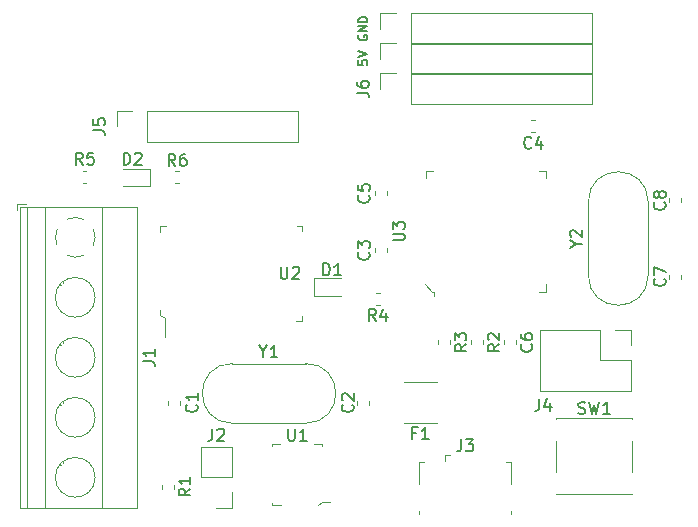
<source format=gbr>
G04 #@! TF.GenerationSoftware,KiCad,Pcbnew,(5.0.1)-4*
G04 #@! TF.CreationDate,2019-07-04T23:41:43-04:00*
G04 #@! TF.ProjectId,Receiver Board,526563656976657220426F6172642E6B,rev?*
G04 #@! TF.SameCoordinates,Original*
G04 #@! TF.FileFunction,Legend,Top*
G04 #@! TF.FilePolarity,Positive*
%FSLAX46Y46*%
G04 Gerber Fmt 4.6, Leading zero omitted, Abs format (unit mm)*
G04 Created by KiCad (PCBNEW (5.0.1)-4) date 7/4/2019 11:41:43 PM*
%MOMM*%
%LPD*%
G01*
G04 APERTURE LIST*
%ADD10C,0.120000*%
%ADD11C,0.100000*%
%ADD12C,0.150000*%
G04 APERTURE END LIST*
D10*
G04 #@! TO.C,F1*
X159384252Y-66734000D02*
X156611748Y-66734000D01*
X159384252Y-63314000D02*
X156611748Y-63314000D01*
G04 #@! TO.C,J1*
X127243244Y-51737318D02*
G75*
G02X127098000Y-51054000I1534756J683318D01*
G01*
X129461042Y-52589426D02*
G75*
G02X128094000Y-52589000I-683042J1535426D01*
G01*
X130313426Y-50370958D02*
G75*
G02X130313000Y-51738000I-1535426J-683042D01*
G01*
X128094958Y-49518574D02*
G75*
G02X129462000Y-49519000I683042J-1535426D01*
G01*
X127097747Y-51082805D02*
G75*
G02X127243000Y-50370000I1680253J28805D01*
G01*
X130458000Y-56134000D02*
G75*
G03X130458000Y-56134000I-1680000J0D01*
G01*
X130458000Y-61214000D02*
G75*
G03X130458000Y-61214000I-1680000J0D01*
G01*
X130458000Y-66294000D02*
G75*
G03X130458000Y-66294000I-1680000J0D01*
G01*
X130458000Y-71374000D02*
G75*
G03X130458000Y-71374000I-1680000J0D01*
G01*
X124678000Y-48454000D02*
X124678000Y-73974000D01*
X126178000Y-48454000D02*
X126178000Y-73974000D01*
X131079000Y-48454000D02*
X131079000Y-73974000D01*
X134039000Y-48454000D02*
X134039000Y-73974000D01*
X124118000Y-48454000D02*
X124118000Y-73974000D01*
X134039000Y-48454000D02*
X124118000Y-48454000D01*
X134039000Y-73974000D02*
X124118000Y-73974000D01*
X129847000Y-57409000D02*
X129801000Y-57362000D01*
X127539000Y-55100000D02*
X127504000Y-55065000D01*
X130053000Y-57204000D02*
X130017000Y-57169000D01*
X127755000Y-54907000D02*
X127709000Y-54860000D01*
X129847000Y-62489000D02*
X129801000Y-62442000D01*
X127539000Y-60180000D02*
X127504000Y-60145000D01*
X130053000Y-62284000D02*
X130017000Y-62249000D01*
X127755000Y-59987000D02*
X127709000Y-59940000D01*
X129847000Y-67569000D02*
X129801000Y-67522000D01*
X127539000Y-65260000D02*
X127504000Y-65225000D01*
X130053000Y-67364000D02*
X130017000Y-67329000D01*
X127755000Y-65067000D02*
X127709000Y-65020000D01*
X129847000Y-72649000D02*
X129801000Y-72602000D01*
X127539000Y-70340000D02*
X127504000Y-70305000D01*
X130053000Y-72444000D02*
X130017000Y-72409000D01*
X127755000Y-70147000D02*
X127709000Y-70100000D01*
X124618000Y-48214000D02*
X123878000Y-48214000D01*
X123878000Y-48214000D02*
X123878000Y-48714000D01*
G04 #@! TO.C,J3*
X157898000Y-70056000D02*
X158348000Y-70056000D01*
X157898000Y-71906000D02*
X157898000Y-70056000D01*
X165698000Y-74456000D02*
X165698000Y-74206000D01*
X157898000Y-74456000D02*
X157898000Y-74206000D01*
X165698000Y-71906000D02*
X165698000Y-70056000D01*
X165698000Y-70056000D02*
X165248000Y-70056000D01*
X160098000Y-69506000D02*
X160548000Y-69506000D01*
X160098000Y-69506000D02*
X160098000Y-69956000D01*
G04 #@! TO.C,J5*
X134874000Y-42986000D02*
X134874000Y-40326000D01*
X134874000Y-42986000D02*
X147634000Y-42986000D01*
X147634000Y-42986000D02*
X147634000Y-40326000D01*
X134874000Y-40326000D02*
X147634000Y-40326000D01*
X132274000Y-40326000D02*
X133604000Y-40326000D01*
X132274000Y-41656000D02*
X132274000Y-40326000D01*
G04 #@! TO.C,J6*
X157211789Y-39797167D02*
X157211789Y-37137167D01*
X157211789Y-39797167D02*
X172511789Y-39797167D01*
X172511789Y-39797167D02*
X172511789Y-37137167D01*
X157211789Y-37137167D02*
X172511789Y-37137167D01*
X154611789Y-37137167D02*
X155941789Y-37137167D01*
X154611789Y-38467167D02*
X154611789Y-37137167D01*
G04 #@! TO.C,5V*
X154611789Y-35927167D02*
X154611789Y-34597167D01*
X154611789Y-34597167D02*
X155941789Y-34597167D01*
X157211789Y-34597167D02*
X172511789Y-34597167D01*
X172511789Y-37257167D02*
X172511789Y-34597167D01*
X157211789Y-37257167D02*
X172511789Y-37257167D01*
X157211789Y-37257167D02*
X157211789Y-34597167D01*
G04 #@! TO.C,GND*
X157211789Y-34717167D02*
X157211789Y-32057167D01*
X157211789Y-34717167D02*
X172511789Y-34717167D01*
X172511789Y-34717167D02*
X172511789Y-32057167D01*
X157211789Y-32057167D02*
X172511789Y-32057167D01*
X154611789Y-32057167D02*
X155941789Y-32057167D01*
X154611789Y-33387167D02*
X154611789Y-32057167D01*
G04 #@! TO.C,SW1*
X175950000Y-66366000D02*
X175950000Y-66396000D01*
X175950000Y-72826000D02*
X175950000Y-72796000D01*
X169490000Y-72826000D02*
X169490000Y-72796000D01*
X169490000Y-66396000D02*
X169490000Y-66366000D01*
X175950000Y-68296000D02*
X175950000Y-70896000D01*
X169490000Y-66366000D02*
X175950000Y-66366000D01*
X169490000Y-68296000D02*
X169490000Y-70896000D01*
X169490000Y-72826000D02*
X175950000Y-72826000D01*
D11*
G04 #@! TO.C,U1*
X149674000Y-68720000D02*
X149674000Y-68520000D01*
X149674000Y-68520000D02*
X148974000Y-68520000D01*
X145474000Y-68720000D02*
X145474000Y-68520000D01*
X145474000Y-68520000D02*
X146074000Y-68520000D01*
X146174000Y-73720000D02*
X145474000Y-73720000D01*
X145474000Y-73720000D02*
X145474000Y-73520000D01*
X149374000Y-73740000D02*
X149674000Y-73440000D01*
X149674000Y-73440000D02*
X150374000Y-73440000D01*
G04 #@! TO.C,U2*
X135986000Y-57202000D02*
X135986000Y-57602000D01*
X135986000Y-57602000D02*
X136386000Y-57902000D01*
X136386000Y-57902000D02*
X136386000Y-59502000D01*
X136486000Y-50102000D02*
X135986000Y-50102000D01*
X135986000Y-50102000D02*
X135986000Y-50602000D01*
X147486000Y-58102000D02*
X147986000Y-58102000D01*
X147986000Y-58102000D02*
X147986000Y-57702000D01*
X147586000Y-50102000D02*
X147986000Y-50102000D01*
X147986000Y-50102000D02*
X147986000Y-50502000D01*
G04 #@! TO.C,U3*
X168076000Y-55646000D02*
X168676000Y-55646000D01*
X168676000Y-55646000D02*
X168676000Y-55046000D01*
X168076000Y-45446000D02*
X168676000Y-45446000D01*
X168676000Y-45446000D02*
X168676000Y-46046000D01*
X158476000Y-46046000D02*
X158476000Y-45446000D01*
X158476000Y-45446000D02*
X159076000Y-45446000D01*
X158376000Y-55046000D02*
X158976000Y-55646000D01*
X158976000Y-55646000D02*
X159176000Y-55646000D01*
X159176000Y-55646000D02*
X159176000Y-56046000D01*
D10*
G04 #@! TO.C,C1*
X137670000Y-64886721D02*
X137670000Y-65212279D01*
X136650000Y-64886721D02*
X136650000Y-65212279D01*
G04 #@! TO.C,C2*
X152652000Y-64886721D02*
X152652000Y-65212279D01*
X153672000Y-64886721D02*
X153672000Y-65212279D01*
G04 #@! TO.C,C3*
X154176000Y-52321279D02*
X154176000Y-51995721D01*
X155196000Y-52321279D02*
X155196000Y-51995721D01*
G04 #@! TO.C,C4*
X167726279Y-42166000D02*
X167400721Y-42166000D01*
X167726279Y-41146000D02*
X167400721Y-41146000D01*
G04 #@! TO.C,C5*
X155196000Y-47496279D02*
X155196000Y-47170721D01*
X154176000Y-47496279D02*
X154176000Y-47170721D01*
G04 #@! TO.C,C6*
X165098000Y-59781221D02*
X165098000Y-60106779D01*
X166118000Y-59781221D02*
X166118000Y-60106779D01*
G04 #@! TO.C,C7*
X179068000Y-54544279D02*
X179068000Y-54218721D01*
X180088000Y-54544279D02*
X180088000Y-54218721D01*
G04 #@! TO.C,C8*
X179068000Y-47763721D02*
X179068000Y-48089279D01*
X180088000Y-47763721D02*
X180088000Y-48089279D01*
G04 #@! TO.C,D1*
X149010000Y-55980000D02*
X151295000Y-55980000D01*
X149010000Y-54510000D02*
X149010000Y-55980000D01*
X151295000Y-54510000D02*
X149010000Y-54510000D01*
G04 #@! TO.C,D2*
X132804000Y-46709000D02*
X135089000Y-46709000D01*
X135089000Y-46709000D02*
X135089000Y-45239000D01*
X135089000Y-45239000D02*
X132804000Y-45239000D01*
G04 #@! TO.C,R1*
X136142000Y-71998721D02*
X136142000Y-72324279D01*
X137162000Y-71998721D02*
X137162000Y-72324279D01*
G04 #@! TO.C,R2*
X163324000Y-59781221D02*
X163324000Y-60106779D01*
X162304000Y-59781221D02*
X162304000Y-60106779D01*
G04 #@! TO.C,R3*
X159510000Y-59781221D02*
X159510000Y-60106779D01*
X160530000Y-59781221D02*
X160530000Y-60106779D01*
G04 #@! TO.C,R4*
X154558779Y-56756000D02*
X154233221Y-56756000D01*
X154558779Y-55736000D02*
X154233221Y-55736000D01*
G04 #@! TO.C,R5*
X129402721Y-45464000D02*
X129728279Y-45464000D01*
X129402721Y-46484000D02*
X129728279Y-46484000D01*
G04 #@! TO.C,R6*
X137251221Y-46484000D02*
X137576779Y-46484000D01*
X137251221Y-45464000D02*
X137576779Y-45464000D01*
G04 #@! TO.C,J2*
X142046000Y-68774000D02*
X139386000Y-68774000D01*
X142046000Y-71374000D02*
X142046000Y-68774000D01*
X139386000Y-71374000D02*
X139386000Y-68774000D01*
X142046000Y-71374000D02*
X139386000Y-71374000D01*
X142046000Y-72644000D02*
X142046000Y-73974000D01*
X142046000Y-73974000D02*
X140716000Y-73974000D01*
G04 #@! TO.C,J4*
X168088000Y-58868000D02*
X168088000Y-64068000D01*
X173228000Y-58868000D02*
X168088000Y-58868000D01*
X175828000Y-64068000D02*
X168088000Y-64068000D01*
X173228000Y-58868000D02*
X173228000Y-61468000D01*
X173228000Y-61468000D02*
X175828000Y-61468000D01*
X175828000Y-61468000D02*
X175828000Y-64068000D01*
X174498000Y-58868000D02*
X175828000Y-58868000D01*
X175828000Y-58868000D02*
X175828000Y-60198000D01*
G04 #@! TO.C,Y1*
X142063000Y-61737000D02*
X148313000Y-61737000D01*
X142063000Y-66787000D02*
X148313000Y-66787000D01*
X142063000Y-66787000D02*
G75*
G02X142063000Y-61737000I0J2525000D01*
G01*
X148313000Y-66787000D02*
G75*
G03X148313000Y-61737000I0J2525000D01*
G01*
G04 #@! TO.C,Y2*
X177277000Y-48029000D02*
G75*
G03X172227000Y-48029000I-2525000J0D01*
G01*
X177277000Y-54279000D02*
G75*
G02X172227000Y-54279000I-2525000J0D01*
G01*
X177277000Y-54279000D02*
X177277000Y-48029000D01*
X172227000Y-54279000D02*
X172227000Y-48029000D01*
G04 #@! TO.C,F1*
D12*
X157664666Y-67602571D02*
X157331333Y-67602571D01*
X157331333Y-68126380D02*
X157331333Y-67126380D01*
X157807523Y-67126380D01*
X158712285Y-68126380D02*
X158140857Y-68126380D01*
X158426571Y-68126380D02*
X158426571Y-67126380D01*
X158331333Y-67269238D01*
X158236095Y-67364476D01*
X158140857Y-67412095D01*
G04 #@! TO.C,J1*
X134490380Y-61547333D02*
X135204666Y-61547333D01*
X135347523Y-61594952D01*
X135442761Y-61690190D01*
X135490380Y-61833047D01*
X135490380Y-61928285D01*
X135490380Y-60547333D02*
X135490380Y-61118761D01*
X135490380Y-60833047D02*
X134490380Y-60833047D01*
X134633238Y-60928285D01*
X134728476Y-61023523D01*
X134776095Y-61118761D01*
G04 #@! TO.C,J3*
X161464666Y-68158380D02*
X161464666Y-68872666D01*
X161417047Y-69015523D01*
X161321809Y-69110761D01*
X161178952Y-69158380D01*
X161083714Y-69158380D01*
X161845619Y-68158380D02*
X162464666Y-68158380D01*
X162131333Y-68539333D01*
X162274190Y-68539333D01*
X162369428Y-68586952D01*
X162417047Y-68634571D01*
X162464666Y-68729809D01*
X162464666Y-68967904D01*
X162417047Y-69063142D01*
X162369428Y-69110761D01*
X162274190Y-69158380D01*
X161988476Y-69158380D01*
X161893238Y-69110761D01*
X161845619Y-69063142D01*
G04 #@! TO.C,J5*
X130286380Y-41989333D02*
X131000666Y-41989333D01*
X131143523Y-42036952D01*
X131238761Y-42132190D01*
X131286380Y-42275047D01*
X131286380Y-42370285D01*
X130286380Y-41036952D02*
X130286380Y-41513142D01*
X130762571Y-41560761D01*
X130714952Y-41513142D01*
X130667333Y-41417904D01*
X130667333Y-41179809D01*
X130714952Y-41084571D01*
X130762571Y-41036952D01*
X130857809Y-40989333D01*
X131095904Y-40989333D01*
X131191142Y-41036952D01*
X131238761Y-41084571D01*
X131286380Y-41179809D01*
X131286380Y-41417904D01*
X131238761Y-41513142D01*
X131191142Y-41560761D01*
G04 #@! TO.C,J6*
X152624169Y-38800500D02*
X153338455Y-38800500D01*
X153481312Y-38848119D01*
X153576550Y-38943357D01*
X153624169Y-39086214D01*
X153624169Y-39181452D01*
X152624169Y-37895738D02*
X152624169Y-38086214D01*
X152671789Y-38181452D01*
X152719408Y-38229071D01*
X152862265Y-38324309D01*
X153052741Y-38371928D01*
X153433693Y-38371928D01*
X153528931Y-38324309D01*
X153576550Y-38276690D01*
X153624169Y-38181452D01*
X153624169Y-37990976D01*
X153576550Y-37895738D01*
X153528931Y-37848119D01*
X153433693Y-37800500D01*
X153195598Y-37800500D01*
X153100360Y-37848119D01*
X153052741Y-37895738D01*
X153005122Y-37990976D01*
X153005122Y-38181452D01*
X153052741Y-38276690D01*
X153100360Y-38324309D01*
X153195598Y-38371928D01*
G04 #@! TO.C,5V*
X152761074Y-36070024D02*
X152761074Y-36427167D01*
X153118217Y-36462881D01*
X153082503Y-36427167D01*
X153046789Y-36355738D01*
X153046789Y-36177167D01*
X153082503Y-36105738D01*
X153118217Y-36070024D01*
X153189646Y-36034309D01*
X153368217Y-36034309D01*
X153439646Y-36070024D01*
X153475360Y-36105738D01*
X153511074Y-36177167D01*
X153511074Y-36355738D01*
X153475360Y-36427167D01*
X153439646Y-36462881D01*
X152761074Y-35820024D02*
X153511074Y-35570024D01*
X152761074Y-35320024D01*
G04 #@! TO.C,GND*
X152796789Y-33958595D02*
X152761074Y-34030024D01*
X152761074Y-34137167D01*
X152796789Y-34244309D01*
X152868217Y-34315738D01*
X152939646Y-34351452D01*
X153082503Y-34387167D01*
X153189646Y-34387167D01*
X153332503Y-34351452D01*
X153403931Y-34315738D01*
X153475360Y-34244309D01*
X153511074Y-34137167D01*
X153511074Y-34065738D01*
X153475360Y-33958595D01*
X153439646Y-33922881D01*
X153189646Y-33922881D01*
X153189646Y-34065738D01*
X153511074Y-33601452D02*
X152761074Y-33601452D01*
X153511074Y-33172881D01*
X152761074Y-33172881D01*
X153511074Y-32815738D02*
X152761074Y-32815738D01*
X152761074Y-32637167D01*
X152796789Y-32530024D01*
X152868217Y-32458595D01*
X152939646Y-32422881D01*
X153082503Y-32387167D01*
X153189646Y-32387167D01*
X153332503Y-32422881D01*
X153403931Y-32458595D01*
X153475360Y-32530024D01*
X153511074Y-32637167D01*
X153511074Y-32815738D01*
G04 #@! TO.C,SW1*
X171386666Y-65950761D02*
X171529523Y-65998380D01*
X171767619Y-65998380D01*
X171862857Y-65950761D01*
X171910476Y-65903142D01*
X171958095Y-65807904D01*
X171958095Y-65712666D01*
X171910476Y-65617428D01*
X171862857Y-65569809D01*
X171767619Y-65522190D01*
X171577142Y-65474571D01*
X171481904Y-65426952D01*
X171434285Y-65379333D01*
X171386666Y-65284095D01*
X171386666Y-65188857D01*
X171434285Y-65093619D01*
X171481904Y-65046000D01*
X171577142Y-64998380D01*
X171815238Y-64998380D01*
X171958095Y-65046000D01*
X172291428Y-64998380D02*
X172529523Y-65998380D01*
X172720000Y-65284095D01*
X172910476Y-65998380D01*
X173148571Y-64998380D01*
X174053333Y-65998380D02*
X173481904Y-65998380D01*
X173767619Y-65998380D02*
X173767619Y-64998380D01*
X173672380Y-65141238D01*
X173577142Y-65236476D01*
X173481904Y-65284095D01*
G04 #@! TO.C,U1*
X146812095Y-67270380D02*
X146812095Y-68079904D01*
X146859714Y-68175142D01*
X146907333Y-68222761D01*
X147002571Y-68270380D01*
X147193047Y-68270380D01*
X147288285Y-68222761D01*
X147335904Y-68175142D01*
X147383523Y-68079904D01*
X147383523Y-67270380D01*
X148383523Y-68270380D02*
X147812095Y-68270380D01*
X148097809Y-68270380D02*
X148097809Y-67270380D01*
X148002571Y-67413238D01*
X147907333Y-67508476D01*
X147812095Y-67556095D01*
G04 #@! TO.C,U2*
X146177095Y-53554380D02*
X146177095Y-54363904D01*
X146224714Y-54459142D01*
X146272333Y-54506761D01*
X146367571Y-54554380D01*
X146558047Y-54554380D01*
X146653285Y-54506761D01*
X146700904Y-54459142D01*
X146748523Y-54363904D01*
X146748523Y-53554380D01*
X147177095Y-53649619D02*
X147224714Y-53602000D01*
X147319952Y-53554380D01*
X147558047Y-53554380D01*
X147653285Y-53602000D01*
X147700904Y-53649619D01*
X147748523Y-53744857D01*
X147748523Y-53840095D01*
X147700904Y-53982952D01*
X147129476Y-54554380D01*
X147748523Y-54554380D01*
G04 #@! TO.C,U3*
X155662380Y-51307904D02*
X156471904Y-51307904D01*
X156567142Y-51260285D01*
X156614761Y-51212666D01*
X156662380Y-51117428D01*
X156662380Y-50926952D01*
X156614761Y-50831714D01*
X156567142Y-50784095D01*
X156471904Y-50736476D01*
X155662380Y-50736476D01*
X155662380Y-50355523D02*
X155662380Y-49736476D01*
X156043333Y-50069809D01*
X156043333Y-49926952D01*
X156090952Y-49831714D01*
X156138571Y-49784095D01*
X156233809Y-49736476D01*
X156471904Y-49736476D01*
X156567142Y-49784095D01*
X156614761Y-49831714D01*
X156662380Y-49926952D01*
X156662380Y-50212666D01*
X156614761Y-50307904D01*
X156567142Y-50355523D01*
G04 #@! TO.C,C1*
X139041142Y-65216166D02*
X139088761Y-65263785D01*
X139136380Y-65406642D01*
X139136380Y-65501880D01*
X139088761Y-65644738D01*
X138993523Y-65739976D01*
X138898285Y-65787595D01*
X138707809Y-65835214D01*
X138564952Y-65835214D01*
X138374476Y-65787595D01*
X138279238Y-65739976D01*
X138184000Y-65644738D01*
X138136380Y-65501880D01*
X138136380Y-65406642D01*
X138184000Y-65263785D01*
X138231619Y-65216166D01*
X139136380Y-64263785D02*
X139136380Y-64835214D01*
X139136380Y-64549500D02*
X138136380Y-64549500D01*
X138279238Y-64644738D01*
X138374476Y-64739976D01*
X138422095Y-64835214D01*
G04 #@! TO.C,C2*
X152249142Y-65216166D02*
X152296761Y-65263785D01*
X152344380Y-65406642D01*
X152344380Y-65501880D01*
X152296761Y-65644738D01*
X152201523Y-65739976D01*
X152106285Y-65787595D01*
X151915809Y-65835214D01*
X151772952Y-65835214D01*
X151582476Y-65787595D01*
X151487238Y-65739976D01*
X151392000Y-65644738D01*
X151344380Y-65501880D01*
X151344380Y-65406642D01*
X151392000Y-65263785D01*
X151439619Y-65216166D01*
X151439619Y-64835214D02*
X151392000Y-64787595D01*
X151344380Y-64692357D01*
X151344380Y-64454261D01*
X151392000Y-64359023D01*
X151439619Y-64311404D01*
X151534857Y-64263785D01*
X151630095Y-64263785D01*
X151772952Y-64311404D01*
X152344380Y-64882833D01*
X152344380Y-64263785D01*
G04 #@! TO.C,C3*
X153613142Y-52325166D02*
X153660761Y-52372785D01*
X153708380Y-52515642D01*
X153708380Y-52610880D01*
X153660761Y-52753738D01*
X153565523Y-52848976D01*
X153470285Y-52896595D01*
X153279809Y-52944214D01*
X153136952Y-52944214D01*
X152946476Y-52896595D01*
X152851238Y-52848976D01*
X152756000Y-52753738D01*
X152708380Y-52610880D01*
X152708380Y-52515642D01*
X152756000Y-52372785D01*
X152803619Y-52325166D01*
X152708380Y-51991833D02*
X152708380Y-51372785D01*
X153089333Y-51706119D01*
X153089333Y-51563261D01*
X153136952Y-51468023D01*
X153184571Y-51420404D01*
X153279809Y-51372785D01*
X153517904Y-51372785D01*
X153613142Y-51420404D01*
X153660761Y-51468023D01*
X153708380Y-51563261D01*
X153708380Y-51848976D01*
X153660761Y-51944214D01*
X153613142Y-51991833D01*
G04 #@! TO.C,C4*
X167396833Y-43443142D02*
X167349214Y-43490761D01*
X167206357Y-43538380D01*
X167111119Y-43538380D01*
X166968261Y-43490761D01*
X166873023Y-43395523D01*
X166825404Y-43300285D01*
X166777785Y-43109809D01*
X166777785Y-42966952D01*
X166825404Y-42776476D01*
X166873023Y-42681238D01*
X166968261Y-42586000D01*
X167111119Y-42538380D01*
X167206357Y-42538380D01*
X167349214Y-42586000D01*
X167396833Y-42633619D01*
X168253976Y-42871714D02*
X168253976Y-43538380D01*
X168015880Y-42490761D02*
X167777785Y-43205047D01*
X168396833Y-43205047D01*
G04 #@! TO.C,C5*
X153613142Y-47500166D02*
X153660761Y-47547785D01*
X153708380Y-47690642D01*
X153708380Y-47785880D01*
X153660761Y-47928738D01*
X153565523Y-48023976D01*
X153470285Y-48071595D01*
X153279809Y-48119214D01*
X153136952Y-48119214D01*
X152946476Y-48071595D01*
X152851238Y-48023976D01*
X152756000Y-47928738D01*
X152708380Y-47785880D01*
X152708380Y-47690642D01*
X152756000Y-47547785D01*
X152803619Y-47500166D01*
X152708380Y-46595404D02*
X152708380Y-47071595D01*
X153184571Y-47119214D01*
X153136952Y-47071595D01*
X153089333Y-46976357D01*
X153089333Y-46738261D01*
X153136952Y-46643023D01*
X153184571Y-46595404D01*
X153279809Y-46547785D01*
X153517904Y-46547785D01*
X153613142Y-46595404D01*
X153660761Y-46643023D01*
X153708380Y-46738261D01*
X153708380Y-46976357D01*
X153660761Y-47071595D01*
X153613142Y-47119214D01*
G04 #@! TO.C,C6*
X167395142Y-60110666D02*
X167442761Y-60158285D01*
X167490380Y-60301142D01*
X167490380Y-60396380D01*
X167442761Y-60539238D01*
X167347523Y-60634476D01*
X167252285Y-60682095D01*
X167061809Y-60729714D01*
X166918952Y-60729714D01*
X166728476Y-60682095D01*
X166633238Y-60634476D01*
X166538000Y-60539238D01*
X166490380Y-60396380D01*
X166490380Y-60301142D01*
X166538000Y-60158285D01*
X166585619Y-60110666D01*
X166490380Y-59253523D02*
X166490380Y-59444000D01*
X166538000Y-59539238D01*
X166585619Y-59586857D01*
X166728476Y-59682095D01*
X166918952Y-59729714D01*
X167299904Y-59729714D01*
X167395142Y-59682095D01*
X167442761Y-59634476D01*
X167490380Y-59539238D01*
X167490380Y-59348761D01*
X167442761Y-59253523D01*
X167395142Y-59205904D01*
X167299904Y-59158285D01*
X167061809Y-59158285D01*
X166966571Y-59205904D01*
X166918952Y-59253523D01*
X166871333Y-59348761D01*
X166871333Y-59539238D01*
X166918952Y-59634476D01*
X166966571Y-59682095D01*
X167061809Y-59729714D01*
G04 #@! TO.C,C7*
X178665142Y-54548166D02*
X178712761Y-54595785D01*
X178760380Y-54738642D01*
X178760380Y-54833880D01*
X178712761Y-54976738D01*
X178617523Y-55071976D01*
X178522285Y-55119595D01*
X178331809Y-55167214D01*
X178188952Y-55167214D01*
X177998476Y-55119595D01*
X177903238Y-55071976D01*
X177808000Y-54976738D01*
X177760380Y-54833880D01*
X177760380Y-54738642D01*
X177808000Y-54595785D01*
X177855619Y-54548166D01*
X177760380Y-54214833D02*
X177760380Y-53548166D01*
X178760380Y-53976738D01*
G04 #@! TO.C,C8*
X178665142Y-48093166D02*
X178712761Y-48140785D01*
X178760380Y-48283642D01*
X178760380Y-48378880D01*
X178712761Y-48521738D01*
X178617523Y-48616976D01*
X178522285Y-48664595D01*
X178331809Y-48712214D01*
X178188952Y-48712214D01*
X177998476Y-48664595D01*
X177903238Y-48616976D01*
X177808000Y-48521738D01*
X177760380Y-48378880D01*
X177760380Y-48283642D01*
X177808000Y-48140785D01*
X177855619Y-48093166D01*
X178188952Y-47521738D02*
X178141333Y-47616976D01*
X178093714Y-47664595D01*
X177998476Y-47712214D01*
X177950857Y-47712214D01*
X177855619Y-47664595D01*
X177808000Y-47616976D01*
X177760380Y-47521738D01*
X177760380Y-47331261D01*
X177808000Y-47236023D01*
X177855619Y-47188404D01*
X177950857Y-47140785D01*
X177998476Y-47140785D01*
X178093714Y-47188404D01*
X178141333Y-47236023D01*
X178188952Y-47331261D01*
X178188952Y-47521738D01*
X178236571Y-47616976D01*
X178284190Y-47664595D01*
X178379428Y-47712214D01*
X178569904Y-47712214D01*
X178665142Y-47664595D01*
X178712761Y-47616976D01*
X178760380Y-47521738D01*
X178760380Y-47331261D01*
X178712761Y-47236023D01*
X178665142Y-47188404D01*
X178569904Y-47140785D01*
X178379428Y-47140785D01*
X178284190Y-47188404D01*
X178236571Y-47236023D01*
X178188952Y-47331261D01*
G04 #@! TO.C,D1*
X149756904Y-54267380D02*
X149756904Y-53267380D01*
X149995000Y-53267380D01*
X150137857Y-53315000D01*
X150233095Y-53410238D01*
X150280714Y-53505476D01*
X150328333Y-53695952D01*
X150328333Y-53838809D01*
X150280714Y-54029285D01*
X150233095Y-54124523D01*
X150137857Y-54219761D01*
X149995000Y-54267380D01*
X149756904Y-54267380D01*
X151280714Y-54267380D02*
X150709285Y-54267380D01*
X150995000Y-54267380D02*
X150995000Y-53267380D01*
X150899761Y-53410238D01*
X150804523Y-53505476D01*
X150709285Y-53553095D01*
G04 #@! TO.C,D2*
X132865904Y-44902380D02*
X132865904Y-43902380D01*
X133104000Y-43902380D01*
X133246857Y-43950000D01*
X133342095Y-44045238D01*
X133389714Y-44140476D01*
X133437333Y-44330952D01*
X133437333Y-44473809D01*
X133389714Y-44664285D01*
X133342095Y-44759523D01*
X133246857Y-44854761D01*
X133104000Y-44902380D01*
X132865904Y-44902380D01*
X133818285Y-43997619D02*
X133865904Y-43950000D01*
X133961142Y-43902380D01*
X134199238Y-43902380D01*
X134294476Y-43950000D01*
X134342095Y-43997619D01*
X134389714Y-44092857D01*
X134389714Y-44188095D01*
X134342095Y-44330952D01*
X133770666Y-44902380D01*
X134389714Y-44902380D01*
G04 #@! TO.C,R1*
X138534380Y-72328166D02*
X138058190Y-72661500D01*
X138534380Y-72899595D02*
X137534380Y-72899595D01*
X137534380Y-72518642D01*
X137582000Y-72423404D01*
X137629619Y-72375785D01*
X137724857Y-72328166D01*
X137867714Y-72328166D01*
X137962952Y-72375785D01*
X138010571Y-72423404D01*
X138058190Y-72518642D01*
X138058190Y-72899595D01*
X138534380Y-71375785D02*
X138534380Y-71947214D01*
X138534380Y-71661500D02*
X137534380Y-71661500D01*
X137677238Y-71756738D01*
X137772476Y-71851976D01*
X137820095Y-71947214D01*
G04 #@! TO.C,R2*
X164696380Y-60110666D02*
X164220190Y-60444000D01*
X164696380Y-60682095D02*
X163696380Y-60682095D01*
X163696380Y-60301142D01*
X163744000Y-60205904D01*
X163791619Y-60158285D01*
X163886857Y-60110666D01*
X164029714Y-60110666D01*
X164124952Y-60158285D01*
X164172571Y-60205904D01*
X164220190Y-60301142D01*
X164220190Y-60682095D01*
X163791619Y-59729714D02*
X163744000Y-59682095D01*
X163696380Y-59586857D01*
X163696380Y-59348761D01*
X163744000Y-59253523D01*
X163791619Y-59205904D01*
X163886857Y-59158285D01*
X163982095Y-59158285D01*
X164124952Y-59205904D01*
X164696380Y-59777333D01*
X164696380Y-59158285D01*
G04 #@! TO.C,R3*
X161902380Y-60110666D02*
X161426190Y-60444000D01*
X161902380Y-60682095D02*
X160902380Y-60682095D01*
X160902380Y-60301142D01*
X160950000Y-60205904D01*
X160997619Y-60158285D01*
X161092857Y-60110666D01*
X161235714Y-60110666D01*
X161330952Y-60158285D01*
X161378571Y-60205904D01*
X161426190Y-60301142D01*
X161426190Y-60682095D01*
X160902380Y-59777333D02*
X160902380Y-59158285D01*
X161283333Y-59491619D01*
X161283333Y-59348761D01*
X161330952Y-59253523D01*
X161378571Y-59205904D01*
X161473809Y-59158285D01*
X161711904Y-59158285D01*
X161807142Y-59205904D01*
X161854761Y-59253523D01*
X161902380Y-59348761D01*
X161902380Y-59634476D01*
X161854761Y-59729714D01*
X161807142Y-59777333D01*
G04 #@! TO.C,R4*
X154229333Y-58128380D02*
X153896000Y-57652190D01*
X153657904Y-58128380D02*
X153657904Y-57128380D01*
X154038857Y-57128380D01*
X154134095Y-57176000D01*
X154181714Y-57223619D01*
X154229333Y-57318857D01*
X154229333Y-57461714D01*
X154181714Y-57556952D01*
X154134095Y-57604571D01*
X154038857Y-57652190D01*
X153657904Y-57652190D01*
X155086476Y-57461714D02*
X155086476Y-58128380D01*
X154848380Y-57080761D02*
X154610285Y-57795047D01*
X155229333Y-57795047D01*
G04 #@! TO.C,R5*
X129398833Y-44902380D02*
X129065500Y-44426190D01*
X128827404Y-44902380D02*
X128827404Y-43902380D01*
X129208357Y-43902380D01*
X129303595Y-43950000D01*
X129351214Y-43997619D01*
X129398833Y-44092857D01*
X129398833Y-44235714D01*
X129351214Y-44330952D01*
X129303595Y-44378571D01*
X129208357Y-44426190D01*
X128827404Y-44426190D01*
X130303595Y-43902380D02*
X129827404Y-43902380D01*
X129779785Y-44378571D01*
X129827404Y-44330952D01*
X129922642Y-44283333D01*
X130160738Y-44283333D01*
X130255976Y-44330952D01*
X130303595Y-44378571D01*
X130351214Y-44473809D01*
X130351214Y-44711904D01*
X130303595Y-44807142D01*
X130255976Y-44854761D01*
X130160738Y-44902380D01*
X129922642Y-44902380D01*
X129827404Y-44854761D01*
X129779785Y-44807142D01*
G04 #@! TO.C,R6*
X137247333Y-44996380D02*
X136914000Y-44520190D01*
X136675904Y-44996380D02*
X136675904Y-43996380D01*
X137056857Y-43996380D01*
X137152095Y-44044000D01*
X137199714Y-44091619D01*
X137247333Y-44186857D01*
X137247333Y-44329714D01*
X137199714Y-44424952D01*
X137152095Y-44472571D01*
X137056857Y-44520190D01*
X136675904Y-44520190D01*
X138104476Y-43996380D02*
X137914000Y-43996380D01*
X137818761Y-44044000D01*
X137771142Y-44091619D01*
X137675904Y-44234476D01*
X137628285Y-44424952D01*
X137628285Y-44805904D01*
X137675904Y-44901142D01*
X137723523Y-44948761D01*
X137818761Y-44996380D01*
X138009238Y-44996380D01*
X138104476Y-44948761D01*
X138152095Y-44901142D01*
X138199714Y-44805904D01*
X138199714Y-44567809D01*
X138152095Y-44472571D01*
X138104476Y-44424952D01*
X138009238Y-44377333D01*
X137818761Y-44377333D01*
X137723523Y-44424952D01*
X137675904Y-44472571D01*
X137628285Y-44567809D01*
G04 #@! TO.C,J2*
X140382666Y-67270380D02*
X140382666Y-67984666D01*
X140335047Y-68127523D01*
X140239809Y-68222761D01*
X140096952Y-68270380D01*
X140001714Y-68270380D01*
X140811238Y-67365619D02*
X140858857Y-67318000D01*
X140954095Y-67270380D01*
X141192190Y-67270380D01*
X141287428Y-67318000D01*
X141335047Y-67365619D01*
X141382666Y-67460857D01*
X141382666Y-67556095D01*
X141335047Y-67698952D01*
X140763619Y-68270380D01*
X141382666Y-68270380D01*
G04 #@! TO.C,J4*
X168068666Y-64730380D02*
X168068666Y-65444666D01*
X168021047Y-65587523D01*
X167925809Y-65682761D01*
X167782952Y-65730380D01*
X167687714Y-65730380D01*
X168973428Y-65063714D02*
X168973428Y-65730380D01*
X168735333Y-64682761D02*
X168497238Y-65397047D01*
X169116285Y-65397047D01*
G04 #@! TO.C,Y1*
X144711809Y-60713190D02*
X144711809Y-61189380D01*
X144378476Y-60189380D02*
X144711809Y-60713190D01*
X145045142Y-60189380D01*
X145902285Y-61189380D02*
X145330857Y-61189380D01*
X145616571Y-61189380D02*
X145616571Y-60189380D01*
X145521333Y-60332238D01*
X145426095Y-60427476D01*
X145330857Y-60475095D01*
G04 #@! TO.C,Y2*
X171203190Y-51630190D02*
X171679380Y-51630190D01*
X170679380Y-51963523D02*
X171203190Y-51630190D01*
X170679380Y-51296857D01*
X170774619Y-51011142D02*
X170727000Y-50963523D01*
X170679380Y-50868285D01*
X170679380Y-50630190D01*
X170727000Y-50534952D01*
X170774619Y-50487333D01*
X170869857Y-50439714D01*
X170965095Y-50439714D01*
X171107952Y-50487333D01*
X171679380Y-51058761D01*
X171679380Y-50439714D01*
G04 #@! TD*
M02*

</source>
